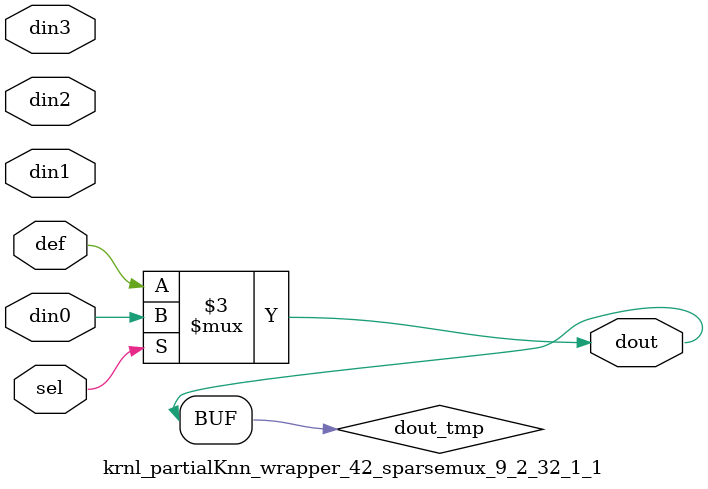
<source format=v>
`timescale 1 ns / 1 ps
module krnl_partialKnn_wrapper_42_sparsemux_9_2_32_1_1 (din0,din1,din2,din3,def,sel,dout);
parameter din0_WIDTH = 1;
parameter din1_WIDTH = 1;
parameter din2_WIDTH = 1;
parameter din3_WIDTH = 1;
parameter def_WIDTH = 1;
parameter sel_WIDTH = 1;
parameter dout_WIDTH = 1;
parameter [sel_WIDTH-1:0] CASE0 = 1;
parameter [sel_WIDTH-1:0] CASE1 = 1;
parameter [sel_WIDTH-1:0] CASE2 = 1;
parameter [sel_WIDTH-1:0] CASE3 = 1;
parameter ID = 1;
parameter NUM_STAGE = 1;
input [din0_WIDTH-1:0] din0;
input [din1_WIDTH-1:0] din1;
input [din2_WIDTH-1:0] din2;
input [din3_WIDTH-1:0] din3;
input [def_WIDTH-1:0] def;
input [sel_WIDTH-1:0] sel;
output [dout_WIDTH-1:0] dout;
reg [dout_WIDTH-1:0] dout_tmp;
always @ (*) begin
case (sel)
    
    CASE0 : dout_tmp = din0;
    
    CASE1 : dout_tmp = din1;
    
    CASE2 : dout_tmp = din2;
    
    CASE3 : dout_tmp = din3;
    
    default : dout_tmp = def;
endcase
end
assign dout = dout_tmp;
endmodule
</source>
